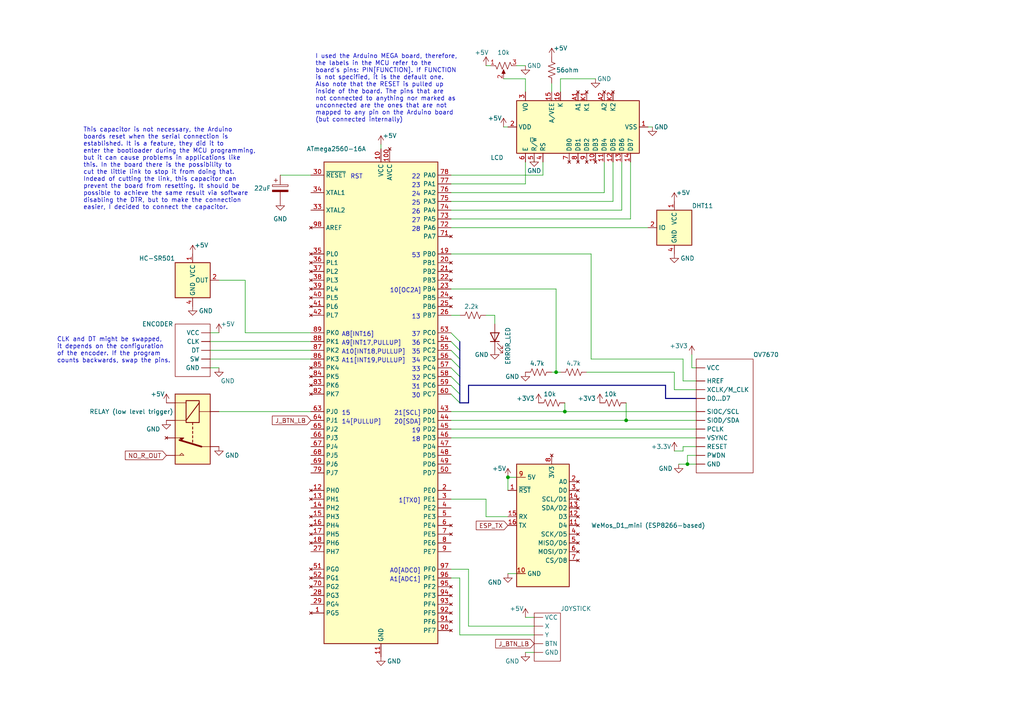
<source format=kicad_sch>
(kicad_sch (version 20211123) (generator eeschema)
  (paper "A4")
  (title_block (title "Schematic Embedded software for the IOT project") (date "2023-02-14") (company "Daniele Stella"))
  (lib_symbols
    (symbol "DHT11_1"
      (property "Reference" "U?" (at 6.35 1.2701 0))
      (property "Value" "DHT11_1" (at 6.35 -1.2699 0))
      (symbol "DHT11_1_0_1"
        (rectangle (start -5.08 5.08) (end 5.08 -5.08) (stroke (width 0.254)) (fill (type background)))
      )
      (symbol "DHT11_1_1_1"
        (pin power_in line (at 0 7.62 270) (length 2.54) (name "VCC") (number "1"))
        (pin bidirectional line (at 7.62 0 180) (length 2.54) (name "OUT") (number "2"))
        (pin no_connect line (at -5.08 0 0) (length 2.54) hide (name "NC") (number "3"))
        (pin power_in line (at 0 -7.62 90) (length 2.54) (name "GND") (number "4"))
      )
    )
    (symbol "Device:C_Polarized" (pin_numbers hide) (pin_names (offset 0.254))
      (property "Reference" "C" (at 0.635 2.54 0))
      (property "Value" "C_Polarized" (at 0.635 -2.54 0))
      (symbol "C_Polarized_0_1"
        (rectangle (start -2.286 0.508) (end 2.286 1.016))
        (polyline (pts (xy -1.778 2.286) (xy -0.762 2.286)))
        (polyline (pts (xy -1.27 2.794) (xy -1.27 1.778)))
        (rectangle (start 2.286 -0.508) (end -2.286 -1.016) (fill (type outline)))
      )
      (symbol "C_Polarized_1_1"
        (pin passive line (at 0 3.81 270) (length 2.794) (name "~") (number "1"))
        (pin passive line (at 0 -3.81 90) (length 2.794) (name "~") (number "2"))
      )
    )
    (symbol "Device:LED" (pin_numbers hide) (pin_names (offset 1.016) hide)
      (property "Reference" "D" (at 0 2.54 0))
      (property "Value" "LED" (at 0 -2.54 0))
      (symbol "LED_0_1"
        (polyline (pts (xy -1.27 -1.27) (xy -1.27 1.27)) (stroke (width 0.254)))
        (polyline (pts (xy -1.27 0) (xy 1.27 0)))
        (polyline (pts (xy 1.27 -1.27) (xy 1.27 1.27) (xy -1.27 0) (xy 1.27 -1.27)) (stroke (width 0.254)))
        (polyline (pts (xy -3.048 -0.762) (xy -4.572 -2.286) (xy -3.81 -2.286) (xy -4.572 -2.286) (xy -4.572 -1.524)))
        (polyline (pts (xy -1.778 -0.762) (xy -3.302 -2.286) (xy -2.54 -2.286) (xy -3.302 -2.286) (xy -3.302 -1.524)))
      )
      (symbol "LED_1_1"
        (pin passive line (at -3.81 0 0) (length 2.54) (name "K") (number "1"))
        (pin passive line (at 3.81 0 180) (length 2.54) (name "A") (number "2"))
      )
    )
    (symbol "Device:R_Potentiometer_US" (pin_names (offset 1.016) hide)
      (property "Reference" "RV" (at -4.445 0 90))
      (property "Value" "R_Potentiometer_US" (at -2.54 0 90))
      (symbol "R_Potentiometer_US_0_1"
        (polyline (pts (xy 0 -2.286) (xy 0 -2.54)))
        (polyline (pts (xy 0 2.54) (xy 0 2.286)))
        (polyline (pts (xy 2.54 0) (xy 1.524 0)))
        (polyline (pts (xy 1.143 0) (xy 2.286 0.508) (xy 2.286 -0.508) (xy 1.143 0)) (fill (type outline)))
        (polyline (pts (xy 0 -0.762) (xy 1.016 -1.143) (xy 0 -1.524) (xy -1.016 -1.905) (xy 0 -2.286)))
        (polyline (pts (xy 0 0.762) (xy 1.016 0.381) (xy 0 0) (xy -1.016 -0.381) (xy 0 -0.762)))
        (polyline (pts (xy 0 2.286) (xy 1.016 1.905) (xy 0 1.524) (xy -1.016 1.143) (xy 0 0.762)))
      )
      (symbol "R_Potentiometer_US_1_1"
        (pin passive line (at 0 3.81 270) (length 1.27) (name "1") (number "1"))
        (pin passive line (at 3.81 0 180) (length 1.27) (name "2") (number "2"))
        (pin passive line (at 0 -3.81 90) (length 1.27) (name "3") (number "3"))
      )
    )
    (symbol "Device:R_US" (pin_numbers hide) (pin_names (offset 0))
      (property "Reference" "R" (at 2.54 0 90))
      (property "Value" "R_US" (at -2.54 0 90))
      (symbol "R_US_0_1"
        (polyline (pts (xy 0 -2.286) (xy 0 -2.54)))
        (polyline (pts (xy 0 2.286) (xy 0 2.54)))
        (polyline (pts (xy 0 -0.762) (xy 1.016 -1.143) (xy 0 -1.524) (xy -1.016 -1.905) (xy 0 -2.286)))
        (polyline (pts (xy 0 0.762) (xy 1.016 0.381) (xy 0 0) (xy -1.016 -0.381) (xy 0 -0.762)))
        (polyline (pts (xy 0 2.286) (xy 1.016 1.905) (xy 0 1.524) (xy -1.016 1.143) (xy 0 0.762)))
      )
      (symbol "R_US_1_1"
        (pin passive line (at 0 3.81 270) (length 1.27) (name "~") (number "1"))
        (pin passive line (at 0 -3.81 90) (length 1.27) (name "~") (number "2"))
      )
    )
    (symbol "Display_Character:LCD-016N002L"
      (property "Value" "LCD" (at -8.89 21.59 90))
      (symbol "LCD-016N002L_1_1"
        (rectangle (start -7.62 17.78) (end 7.62 -17.78) (stroke (width 0.254)) (fill (type background)))
        (pin power_in line (at 0 -20.32 90) (length 2.54) (name "VSS") (number "1"))
        (pin no_connect line (at -10.16 -5.08 0) (length 2.54) (name "DB3") (number "10"))
        (pin bidirectional line (at -10.16 -7.62 0) (length 2.54) (name "DB4") (number "11"))
        (pin bidirectional line (at -10.16 -10.16 0) (length 2.54) (name "DB5") (number "12"))
        (pin bidirectional line (at -10.16 -12.7 0) (length 2.54) (name "DB6") (number "13"))
        (pin bidirectional line (at -10.16 -15.24 0) (length 2.54) (name "DB7") (number "14"))
        (pin power_in line (at 10.16 7.62 180) (length 2.54) (name "A/VEE") (number "15"))
        (pin power_in line (at 10.16 5.08 180) (length 2.54) (name "K") (number "16"))
        (pin power_in line (at 0 20.32 270) (length 2.54) (name "VDD") (number "2"))
        (pin input line (at 10.16 15.24 180) (length 2.54) (name "VO") (number "3"))
        (pin input line (at -10.16 10.16 0) (length 2.54) (name "RS") (number "4"))
        (pin input line (at -10.16 12.7 0) (length 2.54) (name "R/~{W}") (number "5"))
        (pin input line (at -10.16 15.24 0) (length 2.54) (name "E") (number "6"))
        (pin no_connect line (at -10.16 2.54 0) (length 2.54) (name "DB0") (number "7"))
        (pin no_connect line (at -10.16 0 0) (length 2.54) (name "DB1") (number "8"))
        (pin no_connect line (at -10.16 -2.54 0) (length 2.54) (name "DB2") (number "9"))
        (pin no_connect line (at 10.16 0 180) (length 2.54) (name "A1") (number "A1"))
        (pin no_connect line (at 10.16 -7.62 180) (length 2.54) (name "A2") (number "A2"))
        (pin no_connect line (at 10.16 -2.54 180) (length 2.54) (name "K1") (number "K1"))
        (pin no_connect line (at 10.16 -10.16 180) (length 2.54) (name "K2") (number "K2"))
      )
    )
    (symbol "MCU_Microchip_ATmega:ATmega2560-16A"
      (property "Value" "ATmega2560-16A" (at -21.59 73.66 0))
      (symbol "ATmega2560-16A_0_1"
        (rectangle (start -16.51 -69.85) (end 16.51 69.85) (stroke (width 0.254)) (fill (type background)))
      )
      (symbol "ATmega2560-16A_1_1"
        (pin no_connect line (at -20.32 -60.96 0) (length 3.81) (name "PG5") (number "1"))
        (pin power_in line (at 0 73.66 270) (length 3.81) (name "VCC") (number "10"))
        (pin no_connect line (at 2.54 73.66 270) (length 3.81) (name "AVCC") (number "100"))
        (pin power_in line (at 0 -73.66 90) (length 3.81) (name "GND") (number "11"))
        (pin no_connect line (at -20.32 -25.4 0) (length 3.81) (name "PH0") (number "12"))
        (pin no_connect line (at -20.32 -27.94 0) (length 3.81) (name "PH1") (number "13"))
        (pin bidirectional line (at -20.32 -30.48 0) (length 3.81) (name "PH2") (number "14"))
        (pin no_connect line (at -20.32 -33.02 0) (length 3.81) (name "PH3") (number "15"))
        (pin no_connect line (at -20.32 -35.56 0) (length 3.81) (name "PH4") (number "16"))
        (pin no_connect line (at -20.32 -38.1 0) (length 3.81) (name "PH5") (number "17"))
        (pin no_connect line (at -20.32 -40.64 0) (length 3.81) (name "PH6") (number "18"))
        (pin bidirectional line (at 20.32 43.18 180) (length 3.81) (name "PB0") (number "19"))
        (pin bidirectional line (at 20.32 -25.4 180) (length 3.81) (name "PE0") (number "2"))
        (pin no_connect line (at 20.32 40.64 180) (length 3.81) (name "PB1") (number "20"))
        (pin no_connect line (at 20.32 38.1 180) (length 3.81) (name "PB2") (number "21"))
        (pin no_connect line (at 20.32 35.56 180) (length 3.81) (name "PB3") (number "22"))
        (pin bidirectional line (at 20.32 33.02 180) (length 3.81) (name "PB4") (number "23"))
        (pin no_connect line (at 20.32 30.48 180) (length 3.81) (name "PB5") (number "24"))
        (pin no_connect line (at 20.32 27.94 180) (length 3.81) (name "PB6") (number "25"))
        (pin bidirectional line (at 20.32 25.4 180) (length 3.81) (name "PB7") (number "26"))
        (pin bidirectional line (at -20.32 -43.18 0) (length 3.81) (name "PH7") (number "27"))
        (pin bidirectional line (at -20.32 -55.88 0) (length 3.81) (name "PG3") (number "28"))
        (pin bidirectional line (at -20.32 -58.42 0) (length 3.81) (name "PG4") (number "29"))
        (pin bidirectional line (at 20.32 -27.94 180) (length 3.81) (name "PE1") (number "3"))
        (pin input line (at -20.32 66.04 0) (length 3.81) (name "~{RESET}") (number "30"))
        (pin passive line (at 0 73.66 270) (length 3.81) hide (name "VCC") (number "31"))
        (pin passive line (at 0 -73.66 90) (length 3.81) hide (name "GND") (number "32"))
        (pin output line (at -20.32 55.88 0) (length 3.81) (name "XTAL2") (number "33"))
        (pin input line (at -20.32 60.96 0) (length 3.81) (name "XTAL1") (number "34"))
        (pin no_connect line (at -20.32 43.18 0) (length 3.81) (name "PL0") (number "35"))
        (pin no_connect line (at -20.32 40.64 0) (length 3.81) (name "PL1") (number "36"))
        (pin no_connect line (at -20.32 38.1 0) (length 3.81) (name "PL2") (number "37"))
        (pin no_connect line (at -20.32 35.56 0) (length 3.81) (name "PL3") (number "38"))
        (pin no_connect line (at -20.32 33.02 0) (length 3.81) (name "PL4") (number "39"))
        (pin bidirectional line (at 20.32 -30.48 180) (length 3.81) (name "PE2") (number "4"))
        (pin no_connect line (at -20.32 30.48 0) (length 3.81) (name "PL5") (number "40"))
        (pin no_connect line (at -20.32 27.94 0) (length 3.81) (name "PL6") (number "41"))
        (pin no_connect line (at -20.32 25.4 0) (length 3.81) (name "PL7") (number "42"))
        (pin bidirectional line (at 20.32 -2.54 180) (length 3.81) (name "PD0") (number "43"))
        (pin bidirectional line (at 20.32 -5.08 180) (length 3.81) (name "PD1") (number "44"))
        (pin bidirectional line (at 20.32 -7.62 180) (length 3.81) (name "PD2") (number "45"))
        (pin bidirectional line (at 20.32 -10.16 180) (length 3.81) (name "PD3") (number "46"))
        (pin bidirectional line (at 20.32 -12.7 180) (length 3.81) (name "PD4") (number "47"))
        (pin bidirectional line (at 20.32 -15.24 180) (length 3.81) (name "PD5") (number "48"))
        (pin bidirectional line (at 20.32 -17.78 180) (length 3.81) (name "PD6") (number "49"))
        (pin bidirectional line (at 20.32 -33.02 180) (length 3.81) (name "PE3") (number "5"))
        (pin bidirectional line (at 20.32 -20.32 180) (length 3.81) (name "PD7") (number "50"))
        (pin no_connect line (at -20.32 -48.26 0) (length 3.81) (name "PG0") (number "51"))
        (pin no_connect line (at -20.32 -50.8 0) (length 3.81) (name "PG1") (number "52"))
        (pin bidirectional line (at 20.32 20.32 180) (length 3.81) (name "PC0") (number "53"))
        (pin bidirectional line (at 20.32 17.78 180) (length 3.81) (name "PC1") (number "54"))
        (pin bidirectional line (at 20.32 15.24 180) (length 3.81) (name "PC2") (number "55"))
        (pin bidirectional line (at 20.32 12.7 180) (length 3.81) (name "PC3") (number "56"))
        (pin bidirectional line (at 20.32 10.16 180) (length 3.81) (name "PC4") (number "57"))
        (pin bidirectional line (at 20.32 7.62 180) (length 3.81) (name "PC5") (number "58"))
        (pin bidirectional line (at 20.32 5.08 180) (length 3.81) (name "PC6") (number "59"))
        (pin no_connect line (at 20.32 -35.56 180) (length 3.81) (name "PE4") (number "6"))
        (pin bidirectional line (at 20.32 2.54 180) (length 3.81) (name "PC7") (number "60"))
        (pin passive line (at 0 73.66 270) (length 3.81) hide (name "VCC") (number "61"))
        (pin passive line (at 0 -73.66 90) (length 3.81) hide (name "GND") (number "62"))
        (pin bidirectional line (at -20.32 -2.54 0) (length 3.81) (name "PJ0") (number "63"))
        (pin bidirectional line (at -20.32 -5.08 0) (length 3.81) (name "PJ1") (number "64"))
        (pin bidirectional line (at -20.32 -7.62 0) (length 3.81) (name "PJ2") (number "65"))
        (pin bidirectional line (at -20.32 -10.16 0) (length 3.81) (name "PJ3") (number "66"))
        (pin bidirectional line (at -20.32 -12.7 0) (length 3.81) (name "PJ4") (number "67"))
        (pin bidirectional line (at -20.32 -15.24 0) (length 3.81) (name "PJ5") (number "68"))
        (pin bidirectional line (at -20.32 -17.78 0) (length 3.81) (name "PJ6") (number "69"))
        (pin no_connect line (at 20.32 -38.1 180) (length 3.81) (name "PE5") (number "7"))
        (pin no_connect line (at -20.32 -53.34 0) (length 3.81) (name "PG2") (number "70"))
        (pin no_connect line (at 20.32 48.26 180) (length 3.81) (name "PA7") (number "71"))
        (pin bidirectional line (at 20.32 50.8 180) (length 3.81) (name "PA6") (number "72"))
        (pin bidirectional line (at 20.32 53.34 180) (length 3.81) (name "PA5") (number "73"))
        (pin bidirectional line (at 20.32 55.88 180) (length 3.81) (name "PA4") (number "74"))
        (pin bidirectional line (at 20.32 58.42 180) (length 3.81) (name "PA3") (number "75"))
        (pin bidirectional line (at 20.32 60.96 180) (length 3.81) (name "PA2") (number "76"))
        (pin bidirectional line (at 20.32 63.5 180) (length 3.81) (name "PA1") (number "77"))
        (pin bidirectional line (at 20.32 66.04 180) (length 3.81) (name "PA0") (number "78"))
        (pin bidirectional line (at -20.32 -20.32 0) (length 3.81) (name "PJ7") (number "79"))
        (pin bidirectional line (at 20.32 -40.64 180) (length 3.81) (name "PE6") (number "8"))
        (pin passive line (at 0 73.66 270) (length 3.81) hide (name "VCC") (number "80"))
        (pin passive line (at 0 -73.66 90) (length 3.81) hide (name "GND") (number "81"))
        (pin no_connect line (at -20.32 2.54 0) (length 3.81) (name "PK7") (number "82"))
        (pin no_connect line (at -20.32 5.08 0) (length 3.81) (name "PK6") (number "83"))
        (pin no_connect line (at -20.32 7.62 0) (length 3.81) (name "PK5") (number "84"))
        (pin no_connect line (at -20.32 10.16 0) (length 3.81) (name "PK4") (number "85"))
        (pin bidirectional line (at -20.32 12.7 0) (length 3.81) (name "PK3") (number "86"))
        (pin bidirectional line (at -20.32 15.24 0) (length 3.81) (name "PK2") (number "87"))
        (pin bidirectional line (at -20.32 17.78 0) (length 3.81) (name "PK1") (number "88"))
        (pin bidirectional line (at -20.32 20.32 0) (length 3.81) (name "PK0") (number "89"))
        (pin bidirectional line (at 20.32 -43.18 180) (length 3.81) (name "PE7") (number "9"))
        (pin no_connect line (at 20.32 -66.04 180) (length 3.81) (name "PF7") (number "90"))
        (pin no_connect line (at 20.32 -63.5 180) (length 3.81) (name "PF6") (number "91"))
        (pin no_connect line (at 20.32 -60.96 180) (length 3.81) (name "PF5") (number "92"))
        (pin no_connect line (at 20.32 -58.42 180) (length 3.81) (name "PF4") (number "93"))
        (pin no_connect line (at 20.32 -55.88 180) (length 3.81) (name "PF3") (number "94"))
        (pin no_connect line (at 20.32 -53.34 180) (length 3.81) (name "PF2") (number "95"))
        (pin bidirectional line (at 20.32 -50.8 180) (length 3.81) (name "PF1") (number "96"))
        (pin bidirectional line (at 20.32 -48.26 180) (length 3.81) (name "PF0") (number "97"))
        (pin no_connect line (at -20.32 50.8 0) (length 3.81) (name "AREF") (number "98"))
        (pin passive line (at 0 -73.66 90) (length 3.81) hide (name "GND") (number "99"))
      )
    )
    (symbol "MCU_Module:WeMos_D1_mini"
      (property "Value" "WeMos_D1_mini (ESP8266-based)" (at 13.97 0 0))
      (symbol "WeMos_D1_mini_1_1"
        (rectangle (start -7.62 17.78) (end 7.62 -17.78) (stroke (width 0.254)) (fill (type background)))
        (pin input line (at -10.16 10.16 0) (length 2.54) (name "~{RST}") (number "1"))
        (pin power_in line (at -7.62 -13.97 0) (length 2.54) (name "GND") (number "10"))
        (pin no_connect line (at 10.16 0 180) (length 2.54) (name "D4") (number "11"))
        (pin no_connect line (at 10.16 2.54 180) (length 2.54) (name "D3") (number "12"))
        (pin no_connect line (at 10.16 5.08 180) (length 2.54) (name "SDA/D2") (number "13"))
        (pin no_connect line (at 10.16 7.62 180) (length 2.54) (name "SCL/D1") (number "14"))
        (pin input line (at -10.16 2.54 0) (length 2.54) (name "RX") (number "15"))
        (pin output line (at -10.16 0 0) (length 2.54) (name "TX") (number "16"))
        (pin no_connect line (at 10.16 12.7 180) (length 2.54) (name "A0") (number "2"))
        (pin no_connect line (at 10.16 10.16 180) (length 2.54) (name "D0") (number "3"))
        (pin no_connect line (at 10.16 -2.54 180) (length 2.54) (name "SCK/D5") (number "4"))
        (pin no_connect line (at 10.16 -5.08 180) (length 2.54) (name "MISO/D6") (number "5"))
        (pin no_connect line (at 10.16 -7.62 180) (length 2.54) (name "MOSI/D7") (number "6"))
        (pin no_connect line (at 10.16 -10.16 180) (length 2.54) (name "CS/D8") (number "7"))
        (pin no_connect line (at 2.54 20.32 270) (length 2.54) (name "3V3") (number "8"))
        (pin power_in line (at -7.62 13.97 0) (length 2.54) (name "5V") (number "9"))
      )
    )
    (symbol "New_Library:ENCODER"
      (property "Reference" "U" (at 0 0 0))
      (property "Value" "ENCODER" (at 0 2.54 0))
      (symbol "ENCODER_0_1"
        (rectangle (start -3.81 -2.54) (end 6.35 -17.78))
      )
      (symbol "ENCODER_1_1"
        (pin input line (at -3.81 -7.62 0) (length 2.54) (name "CLK") (number ""))
        (pin input line (at -3.81 -10.16 0) (length 2.54) (name "DT") (number ""))
        (pin input line (at -3.81 -15.24 0) (length 2.54) (name "GND") (number ""))
        (pin input line (at -3.81 -12.7 0) (length 2.54) (name "SW") (number ""))
        (pin input line (at -3.81 -5.08 0) (length 2.54) (name "VCC") (number ""))
      )
    )
    (symbol "New_Library:JOYSTICK"
      (property "Reference" "U" (at 6.35 1.27 0))
      (property "Value" "JOYSTICK" (at 0 2.54 0))
      (symbol "JOYSTICK_0_1"
        (rectangle (start -2.54 0) (end 5.08 -13.97))
      )
      (symbol "JOYSTICK_1_1"
        (pin input line (at -2.54 -8.89 0) (length 2.54) (name "BTN") (number ""))
        (pin input line (at -2.54 -11.43 0) (length 2.54) (name "GND") (number ""))
        (pin input line (at -2.54 -1.27 0) (length 2.54) (name "VCC") (number ""))
        (pin input line (at -2.54 -3.81 0) (length 2.54) (name "X") (number ""))
        (pin input line (at -2.54 -6.35 0) (length 2.54) (name "Y") (number ""))
      )
    )
    (symbol "New_Library:OV7670"
      (property "Reference" "U" (at -2.54 0 0))
      (property "Value" "OV7670" (at 3.81 1.27 0))
      (symbol "OV7670_0_1"
        (rectangle (start -5.08 -1.27) (end 11.43 -34.29))
      )
      (symbol "OV7670_1_1"
        (pin input line (at -5.08 -12.7 0) (length 2.54) (name "D0...D7") (number ""))
        (pin input line (at -5.08 -31.75 0) (length 2.54) (name "GND") (number ""))
        (pin input line (at -5.08 -7.62 0) (length 2.54) (name "HREF") (number ""))
        (pin input line (at -5.08 -21.59 0) (length 2.54) (name "PCLK") (number ""))
        (pin input line (at -5.08 -29.21 0) (length 2.54) (name "PWDN") (number ""))
        (pin input line (at -5.08 -26.67 0) (length 2.54) (name "RESET") (number ""))
        (pin input line (at -5.08 -16.51 0) (length 2.54) (name "SIOC/SCL") (number ""))
        (pin input line (at -5.08 -19.05 0) (length 2.54) (name "SIOD/SDA") (number ""))
        (pin input line (at -5.08 -3.81 0) (length 2.54) (name "VCC") (number ""))
        (pin input line (at -5.08 -24.13 0) (length 2.54) (name "VSYNC") (number ""))
        (pin input line (at -5.08 -10.16 0) (length 2.54) (name "XCLK/M_CLK") (number ""))
      )
    )
    (symbol "Relay:DIPxx-1Cxx-51x"
      (property "Value" "RELAY (low level trigger)" (at -17.78 5.08 90))
      (symbol "DIPxx-1Cxx-51x_0_0"
        (polyline (pts (xy 2.54 5.08) (xy 2.54 2.54) (xy 3.175 3.175) (xy 2.54 3.81)) (fill (type outline)))
        (polyline (pts (xy 7.62 5.08) (xy 7.62 2.54) (xy 6.985 3.175) (xy 7.62 3.81)))
      )
      (symbol "DIPxx-1Cxx-51x_0_1"
        (rectangle (start -10.16 5.08) (end 10.16 -5.08) (stroke (width 0.254)) (fill (type background)))
        (rectangle (start -8.255 1.905) (end -1.905 -1.905) (stroke (width 0.254)))
        (polyline (pts (xy -7.62 -1.905) (xy -2.54 1.905)) (stroke (width 0.254)))
        (polyline (pts (xy -7.62 5.08) (xy -7.62 1.905)))
        (polyline (pts (xy -5.08 -5.08) (xy -5.08 -1.905)))
        (polyline (pts (xy -2.54 5.08) (xy -2.54 1.905)))
        (polyline (pts (xy -1.905 0) (xy -1.27 0)) (stroke (width 0.254)))
        (polyline (pts (xy -0.635 0) (xy 0 0)) (stroke (width 0.254)))
        (polyline (pts (xy 0.635 0) (xy 1.27 0)) (stroke (width 0.254)))
        (polyline (pts (xy 1.905 0) (xy 2.54 0)) (stroke (width 0.254)))
        (polyline (pts (xy 3.175 0) (xy 3.81 0)) (stroke (width 0.254)))
        (polyline (pts (xy 5.08 -2.54) (xy 3.175 3.81)) (stroke (width 0.508)))
        (polyline (pts (xy 5.08 -2.54) (xy 5.08 -5.08)))
      )
      (symbol "DIPxx-1Cxx-51x_1_1"
        (pin passive line (at -7.62 7.62 270) (length 2.54) (name "~") (number ""))
        (pin passive line (at -5.08 -7.62 90) (length 2.54) (name "~") (number ""))
        (pin passive line (at -2.54 7.62 270) (length 2.54) (name "~") (number ""))
        (pin no_connect line (at 2.54 7.62 270) (length 2.54) (name "~") (number ""))
        (pin passive line (at 5.08 -7.62 90) (length 2.54) (name "~") (number ""))
        (pin passive line (at 5.08 -7.62 90) (length 2.54) hide (name "~") (number ""))
        (pin passive line (at 7.62 7.62 270) (length 2.54) (name "~") (number ""))
      )
    )
    (symbol "Sensor:DHT11"
      (property "Reference" "U" (at -3.81 6.35 0))
      (property "Value" "DHT11" (at 3.81 6.35 0))
      (symbol "DHT11_0_1"
        (rectangle (start -5.08 5.08) (end 5.08 -5.08) (stroke (width 0.254)) (fill (type background)))
      )
      (symbol "DHT11_1_1"
        (pin power_in line (at 0 7.62 270) (length 2.54) (name "VCC") (number "1"))
        (pin bidirectional line (at 7.62 0 180) (length 2.54) (name "IO") (number "2"))
        (pin no_connect line (at -5.08 0 0) (length 2.54) hide (name "NC") (number "3"))
        (pin power_in line (at 0 -7.62 90) (length 2.54) (name "GND") (number "4"))
      )
    )
    (symbol "power:+3.3V" (power) (pin_names (offset 0))
      (property "Value" "+3.3V" (at 0 3.556 0))
      (symbol "+3.3V_0_1"
        (polyline (pts (xy -0.762 1.27) (xy 0 2.54)))
        (polyline (pts (xy 0 0) (xy 0 2.54)))
        (polyline (pts (xy 0 2.54) (xy 0.762 1.27)))
      )
      (symbol "+3.3V_1_1"
        (pin power_in line (at 0 0 90) (length 0) hide (name "+3.3V") (number "1"))
      )
    )
    (symbol "power:+3V3" (power) (pin_names (offset 0))
      (property "Value" "+3V3" (at 0 3.556 0))
      (symbol "+3V3_0_1"
        (polyline (pts (xy -0.762 1.27) (xy 0 2.54)))
        (polyline (pts (xy 0 0) (xy 0 2.54)))
        (polyline (pts (xy 0 2.54) (xy 0.762 1.27)))
      )
      (symbol "+3V3_1_1"
        (pin power_in line (at 0 0 90) (length 0) hide (name "+3V3") (number "1"))
      )
    )
    (symbol "power:+5V" (power) (pin_names (offset 0))
      (property "Value" "+5V" (at 0 3.556 0))
      (symbol "+5V_0_1"
        (polyline (pts (xy -0.762 1.27) (xy 0 2.54)))
        (polyline (pts (xy 0 0) (xy 0 2.54)))
        (polyline (pts (xy 0 2.54) (xy 0.762 1.27)))
      )
      (symbol "+5V_1_1"
        (pin power_in line (at 0 0 90) (length 0) hide (name "+5V") (number "1"))
      )
    )
    (symbol "power:GND" (power) (pin_names (offset 0))
      (property "Value" "GND" (at 0 -3.81 0))
      (symbol "GND_0_1"
        (polyline (pts (xy 0 0) (xy 0 -1.27) (xy 1.27 -1.27) (xy 0 -2.54) (xy -1.27 -1.27) (xy 0 -1.27)))
      )
      (symbol "GND_1_1"
        (pin power_in line (at 0 0 270) (length 0) hide (name "GND") (number "1"))
      )
    )
  )
  (junction (at 161.29 107.95))
  (junction (at 163.83 119.38))
  (junction (at 147.32 138.43))
  (junction (at 181.61 121.92))
  (junction (at 199.39 134.62))
  (bus_entry (at 130.81 114.3) (size 2.54 2.54))
  (bus_entry (at 130.81 111.76) (size 2.54 2.54))
  (bus_entry (at 130.81 104.14) (size 2.54 2.54))
  (bus_entry (at 130.81 101.6) (size 2.54 2.54))
  (bus_entry (at 130.81 96.52) (size 2.54 2.54))
  (bus_entry (at 130.81 106.68) (size 2.54 2.54))
  (bus_entry (at 130.81 109.22) (size 2.54 2.54))
  (bus_entry (at 130.81 99.06) (size 2.54 2.54))
  (wire (pts (xy 196.85 134.62) (xy 199.39 134.62)))
  (wire (pts (xy 140.97 19.05) (xy 142.24 19.05)))
  (wire (pts (xy 160.02 107.95) (xy 161.29 107.95)))
  (wire (pts (xy 130.81 144.78) (xy 140.97 144.78)))
  (wire (pts (xy 130.81 167.64) (xy 133.35 167.64)))
  (wire (pts (xy 161.29 83.82) (xy 161.29 107.95)))
  (bus (pts (xy 135.89 111.76) (xy 193.04 111.76)))
  (wire (pts (xy 200.66 106.68) (xy 200.66 102.87)))
  (wire (pts (xy 130.81 91.44) (xy 133.35 91.44)))
  (wire (pts (xy 182.88 63.5) (xy 182.88 46.99)))
  (wire (pts (xy 143.51 91.44) (xy 140.97 91.44)))
  (wire (pts (xy 152.4 179.07) (xy 154.94 179.07)))
  (bus (pts (xy 193.04 111.76) (xy 193.04 115.57)))
  (wire (pts (xy 143.51 91.44) (xy 143.51 93.98)))
  (wire (pts (xy 63.5 119.38) (xy 90.17 119.38)))
  (wire (pts (xy 175.26 55.88) (xy 175.26 46.99)))
  (wire (pts (xy 195.58 107.95) (xy 195.58 113.03)))
  (wire (pts (xy 130.81 58.42) (xy 177.8 58.42)))
  (wire (pts (xy 198.12 110.49) (xy 201.93 110.49)))
  (wire (pts (xy 130.81 60.96) (xy 180.34 60.96)))
  (wire (pts (xy 133.35 184.15) (xy 154.94 184.15)))
  (wire (pts (xy 133.35 167.64) (xy 133.35 184.15)))
  (wire (pts (xy 198.12 129.54) (xy 201.93 129.54)))
  (wire (pts (xy 147.32 166.37) (xy 149.86 166.37)))
  (wire (pts (xy 140.97 144.78) (xy 140.97 149.86)))
  (wire (pts (xy 181.61 121.92) (xy 201.93 121.92)))
  (wire (pts (xy 130.81 50.8) (xy 157.48 50.8)))
  (wire (pts (xy 152.4 19.05) (xy 149.86 19.05)))
  (wire (pts (xy 177.8 58.42) (xy 177.8 46.99)))
  (wire (pts (xy 198.12 104.14) (xy 198.12 110.49)))
  (wire (pts (xy 199.39 132.08) (xy 199.39 134.62)))
  (wire (pts (xy 161.29 107.95) (xy 162.56 107.95)))
  (wire (pts (xy 201.93 132.08) (xy 199.39 132.08)))
  (wire (pts (xy 157.48 46.99) (xy 157.48 50.8)))
  (bus (pts (xy 135.89 111.76) (xy 135.89 116.84)))
  (wire (pts (xy 130.81 66.04) (xy 187.96 66.04)))
  (wire (pts (xy 171.45 73.66) (xy 171.45 104.14)))
  (wire (pts (xy 130.81 53.34) (xy 152.4 53.34)))
  (wire (pts (xy 146.05 36.83) (xy 147.32 36.83)))
  (wire (pts (xy 180.34 60.96) (xy 180.34 46.99)))
  (wire (pts (xy 63.5 106.68) (xy 60.96 106.68)))
  (wire (pts (xy 130.81 127) (xy 201.93 127)))
  (wire (pts (xy 63.5 96.52) (xy 60.96 96.52)))
  (wire (pts (xy 195.58 113.03) (xy 201.93 113.03)))
  (wire (pts (xy 63.5 81.28) (xy 71.12 81.28)))
  (wire (pts (xy 110.49 41.91) (xy 110.49 43.18)))
  (wire (pts (xy 130.81 124.46) (xy 201.93 124.46)))
  (wire (pts (xy 163.83 119.38) (xy 163.83 116.84)))
  (wire (pts (xy 130.81 73.66) (xy 171.45 73.66)))
  (wire (pts (xy 171.45 104.14) (xy 198.12 104.14)))
  (wire (pts (xy 195.58 130.81) (xy 198.12 130.81)))
  (wire (pts (xy 181.61 121.92) (xy 181.61 116.84)))
  (wire (pts (xy 60.96 99.06) (xy 90.17 99.06)))
  (bus (pts (xy 133.35 109.22) (xy 133.35 111.76)))
  (wire (pts (xy 162.56 22.86) (xy 162.56 26.67)))
  (bus (pts (xy 133.35 114.3) (xy 133.35 116.84)))
  (wire (pts (xy 198.12 130.81) (xy 198.12 129.54)))
  (wire (pts (xy 140.97 149.86) (xy 147.32 149.86)))
  (wire (pts (xy 60.96 101.6) (xy 90.17 101.6)))
  (bus (pts (xy 133.35 111.76) (xy 133.35 114.3)))
  (wire (pts (xy 199.39 134.62) (xy 201.93 134.62)))
  (bus (pts (xy 133.35 99.06) (xy 133.35 101.6)))
  (wire (pts (xy 172.72 22.86) (xy 162.56 22.86)))
  (wire (pts (xy 130.81 63.5) (xy 182.88 63.5)))
  (wire (pts (xy 160.02 24.13) (xy 160.02 26.67)))
  (wire (pts (xy 152.4 189.23) (xy 154.94 189.23)))
  (wire (pts (xy 152.4 22.86) (xy 152.4 26.67)))
  (wire (pts (xy 163.83 119.38) (xy 201.93 119.38)))
  (bus (pts (xy 133.35 104.14) (xy 133.35 106.68)))
  (wire (pts (xy 130.81 119.38) (xy 163.83 119.38)))
  (wire (pts (xy 170.18 107.95) (xy 195.58 107.95)))
  (wire (pts (xy 147.32 138.43) (xy 147.32 142.24)))
  (bus (pts (xy 193.04 115.57) (xy 201.93 115.57)))
  (wire (pts (xy 154.94 46.99) (xy 154.94 45.72)))
  (wire (pts (xy 189.23 36.83) (xy 187.96 36.83)))
  (wire (pts (xy 81.28 50.8) (xy 90.17 50.8)))
  (wire (pts (xy 135.89 181.61) (xy 154.94 181.61)))
  (wire (pts (xy 152.4 53.34) (xy 152.4 46.99)))
  (wire (pts (xy 71.12 96.52) (xy 90.17 96.52)))
  (wire (pts (xy 135.89 181.61) (xy 135.89 165.1)))
  (bus (pts (xy 133.35 101.6) (xy 133.35 104.14)))
  (wire (pts (xy 201.93 106.68) (xy 200.66 106.68)))
  (wire (pts (xy 130.81 55.88) (xy 175.26 55.88)))
  (wire (pts (xy 130.81 83.82) (xy 161.29 83.82)))
  (wire (pts (xy 147.32 138.43) (xy 149.86 138.43)))
  (wire (pts (xy 146.05 22.86) (xy 152.4 22.86)))
  (wire (pts (xy 60.96 104.14) (xy 90.17 104.14)))
  (bus (pts (xy 135.89 116.84) (xy 133.35 116.84)))
  (bus (pts (xy 133.35 106.68) (xy 133.35 109.22)))
  (wire (pts (xy 71.12 81.28) (xy 71.12 96.52)))
  (wire (pts (xy 130.81 121.92) (xy 181.61 121.92)))
  (wire (pts (xy 135.89 165.1) (xy 130.81 165.1)))
  (text "A11[INT19,PULLUP]" (at 99.06 105.41 0) (effects (font (size 1.27 1.27)) (justify left bottom)))
  (text "24" (at 119.38 57.15 0) (effects (font (size 1.27 1.27)) (justify left bottom)))
  (text "1[TX0]" (at 115.57 146.05 0) (effects (font (size 1.27 1.27)) (justify left bottom)))
  (text "A10[INT18,PULLUP]" (at 99.06 102.87 0) (effects (font (size 1.27 1.27)) (justify left bottom)))
  (text "32" (at 119.38 110.49 0) (effects (font (size 1.27 1.27)) (justify left bottom)))
  (text "37" (at 119.38 97.79 0) (effects (font (size 1.27 1.27)) (justify left bottom)))
  (text "36" (at 119.38 100.33 0) (effects (font (size 1.27 1.27)) (justify left bottom)))
  (text "31" (at 119.38 113.03 0) (effects (font (size 1.27 1.27)) (justify left bottom)))
  (text "35" (at 119.38 102.87 0) (effects (font (size 1.27 1.27)) (justify left bottom)))
  (text "34" (at 119.38 105.41 0) (effects (font (size 1.27 1.27)) (justify left bottom)))
  (text "25" (at 119.38 59.69 0) (effects (font (size 1.27 1.27)) (justify left bottom)))
  (text "A9[INT17,PULLUP]" (at 99.06 100.33 0) (effects (font (size 1.27 1.27)) (justify left bottom)))
  (text "20[SDA]" (at 114.3 123.19 0) (effects (font (size 1.27 1.27)) (justify left bottom)))
  (text "14[PULLUP]" (at 99.06 123.19 0) (effects (font (size 1.27 1.27)) (justify left bottom)))
  (text "30" (at 119.38 115.57 0) (effects (font (size 1.27 1.27)) (justify left bottom)))
  (text "28" (at 119.38 67.31 0) (effects (font (size 1.27 1.27)) (justify left bottom)))
  (text "22" (at 119.38 52.07 0) (effects (font (size 1.27 1.27)) (justify left bottom)))
  (text "10[OC2A]" (at 113.03 85.09 0) (effects (font (size 1.27 1.27)) (justify left bottom)))
  (text "I used the Arduino MEGA board, therefore, \nthe labels in the MCU refer to the \nboard's pins: PIN[FUNCTION]. If FUNCTION \nis not specified, it is the default one.\nAlso note that the RESET is pulled up\ninside of the board. The pins that are \nnot connected to anything nor marked as\nunconnected are the ones that are not \nmapped to any pin on the Arduino board\n(but connected internally)" (at 91.44 35.56 0) (effects (font (size 1.27 1.27)) (justify left bottom)))
  (text "21[SCL]" (at 114.3 120.65 0) (effects (font (size 1.27 1.27)) (justify left bottom)))
  (text "This capacitor is not necessary, the Arduino \nboards reset when the serial connection is \nestablished. It is a feature, they did it to \nenter the bootloader during the MCU programming, \nbut it can cause problems in applications like \nthis. In the board there is the possibility to \ncut the little link to stop it from doing that. \nIndead of cutting the link, this capacitor can \nprevent the board from resetting. It should be \npossible to achieve the same result via software \ndisabling the DTR, but to make the connection \neasier, I decided to connect the capacitor." (at 24.13 60.96 0) (effects (font (size 1.27 1.27)) (justify left bottom)))
  (text "53" (at 119.38 74.93 0) (effects (font (size 1.27 1.27)) (justify left bottom)))
  (text "A0[ADC0]" (at 113.03 166.37 0) (effects (font (size 1.27 1.27)) (justify left bottom)))
  (text "RST" (at 101.6 52.07 0) (effects (font (size 1.27 1.27)) (justify left bottom)))
  (text "19" (at 119.38 125.73 0) (effects (font (size 1.27 1.27)) (justify left bottom)))
  (text "23" (at 119.38 54.61 0) (effects (font (size 1.27 1.27)) (justify left bottom)))
  (text "13" (at 119.38 92.71 0) (effects (font (size 1.27 1.27)) (justify left bottom)))
  (text "33" (at 119.38 107.95 0) (effects (font (size 1.27 1.27)) (justify left bottom)))
  (text "A1[ADC1]" (at 113.03 168.91 0) (effects (font (size 1.27 1.27)) (justify left bottom)))
  (text "27" (at 119.38 64.77 0) (effects (font (size 1.27 1.27)) (justify left bottom)))
  (text "26" (at 119.38 62.23 0) (effects (font (size 1.27 1.27)) (justify left bottom)))
  (text "15" (at 99.06 120.65 0) (effects (font (size 1.27 1.27)) (justify left bottom)))
  (text "CLK and DT might be swapped, \nit depends on the configuration \nof the encoder. If the program \ncounts backwards, swap the pins." (at 16.51 105.41 0) (effects (font (size 1.27 1.27)) (justify left bottom)))
  (text "A8[INT16]" (at 99.06 97.79 0) (effects (font (size 1.27 1.27)) (justify left bottom)))
  (text "18" (at 119.38 128.27 0) (effects (font (size 1.27 1.27)) (justify left bottom)))
  (global_label "J_BTN_LB" (shape input) (at 154.94 186.69 180) (property "Intersheet References" "${INTERSHEET_REFS}" (effects hide)))
  (global_label "NO_R_OUT" (shape input) (at 48.26 132.08 180) (property "Intersheet References" "${INTERSHEET_REFS}" (effects hide)))
  (global_label "ESP_TX" (shape input) (at 147.32 152.4 180) (property "Intersheet References" "${INTERSHEET_REFS}" (effects hide)))
  (global_label "J_BTN_LB" (shape input) (at 90.17 121.92 180) (property "Intersheet References" "${INTERSHEET_REFS}" (effects hide)))
  (symbol (lib_id "power:+5V") (at 160.02 16.51 0) (unit 1)
    (property "Reference" "#PWR?" (effects hide))
    (property "Value" "+5V" (at 162.56 13.97 0))
  )
  (symbol (lib_id "Device:R_US") (at 156.21 107.95 270) (unit 1)
    (property "Reference" "R?" (effects hide))
    (property "Value" "4.7k" (at 153.67 105.41 90) (effects (justify left)))
  )
  (symbol (lib_id "power:GND") (at 110.49 190.5 0) (unit 1)
    (property "Reference" "#PWR?" (effects hide))
    (property "Value" "GND" (at 114.3 191.77 0))
  )
  (symbol (lib_id "power:+5V") (at 146.05 36.83 0) (unit 1)
    (property "Reference" "#PWR?" (effects hide))
    (property "Value" "+5V" (at 143.51 34.29 0))
  )
  (symbol (lib_id "power:GND") (at 81.28 58.42 0) (unit 1)
    (property "Reference" "#PWR?" (effects hide))
    (property "Value" "GND" (at 81.28 63.5 0))
  )
  (symbol (lib_id "power:GND") (at 154.94 45.72 0) (unit 1)
    (property "Reference" "#PWR?" (effects hide))
    (property "Value" "GND" (at 154.94 49.53 0))
  )
  (symbol (lib_id "power:+5V") (at 110.49 41.91 0) (unit 1)
    (property "Reference" "#PWR?" (effects hide))
    (property "Value" "+5V" (at 113.03 39.37 0))
  )
  (symbol (lib_id "Device:R_US") (at 160.02 20.32 180) (unit 1)
    (property "Reference" "56ohm" (at 161.29 20.32 0) (effects (justify right)))
    (property "Value" "R_US" (effects hide))
  )
  (symbol (lib_id "MCU_Module:WeMos_D1_mini") (at 157.48 152.4 0) (unit 1)
    (property "Reference" "U?" (effects hide))
    (property "Value" "WeMos_D1_mini (ESP8266-based)" (at 171.45 152.4 0) (effects (justify left)))
    (property "Footprint" "Module:WEMOS_D1_mini_light" (effects hide))
    (property "Datasheet" "https://wiki.wemos.cc/products:d1:d1_mini#documentation" (effects hide))
  )
  (symbol (lib_id "Sensor:DHT11") (at 195.58 66.04 0) (mirror y) (unit 1)
    (property "Reference" "U?" (effects hide))
    (property "Value" "DHT11" (at 200.66 59.69 0) (effects (justify right)))
    (property "Footprint" "Sensor:Aosong_DHT11_5.5x12.0_P2.54mm" (effects hide))
    (property "Datasheet" "http://akizukidenshi.com/download/ds/aosong/DHT11.pdf" (effects hide))
  )
  (symbol (lib_id "power:+3V3") (at 173.99 116.84 0) (unit 1)
    (property "Reference" "#PWR?" (effects hide))
    (property "Value" "+3V3" (at 170.18 115.57 0))
  )
  (symbol (lib_id "power:GND") (at 63.5 106.68 0) (mirror y) (unit 1)
    (property "Reference" "#PWR?" (effects hide))
    (property "Value" "GND" (at 66.04 110.49 0))
  )
  (symbol (lib_id "New_Library:OV7670") (at 207.01 102.87 0) (unit 1)
    (property "Reference" "U?" (effects hide))
    (property "Value" "OV7670" (at 218.44 102.87 0) (effects (justify left)))
  )
  (symbol (lib_id "power:GND") (at 147.32 166.37 0) (unit 1)
    (property "Reference" "#PWR?" (effects hide))
    (property "Value" "GND" (at 143.51 168.91 0))
  )
  (symbol (lib_id "power:GND") (at 189.23 36.83 0) (unit 1)
    (property "Reference" "#PWR?" (effects hide))
    (property "Value" "GND" (at 191.77 36.83 0))
  )
  (symbol (lib_id "power:+3.3V") (at 195.58 130.81 0) (unit 1)
    (property "Reference" "#PWR?" (effects hide))
    (property "Value" "+3.3V" (at 191.77 129.54 0))
  )
  (symbol (lib_id "power:GND") (at 195.58 73.66 0) (unit 1)
    (property "Reference" "#PWR?" (effects hide))
    (property "Value" "GND" (at 199.39 74.93 0))
  )
  (symbol (lib_id "Device:R_US") (at 166.37 107.95 90) (unit 1)
    (property "Reference" "R?" (effects hide))
    (property "Value" "4.7k" (at 166.37 105.41 90))
  )
  (symbol (lib_id "power:GND") (at 152.4 19.05 0) (unit 1)
    (property "Reference" "#PWR?" (effects hide))
    (property "Value" "GND" (at 154.94 19.05 0))
  )
  (symbol (lib_id "Device:R_US") (at 137.16 91.44 270) (unit 1)
    (property "Reference" "R?" (effects hide))
    (property "Value" "2.2k" (at 134.62 88.9 90) (effects (justify left)))
  )
  (symbol (lib_id "power:GND") (at 152.4 189.23 0) (unit 1)
    (property "Reference" "#PWR?" (effects hide))
    (property "Value" "GND" (at 148.59 191.77 0))
  )
  (symbol (lib_id "Relay:DIPxx-1Cxx-51x") (at 55.88 124.46 90) (mirror x) (unit 1)
    (property "Reference" "K?" (effects hide))
    (property "Value" "RELAY (low level trigger)" (at 38.1 119.38 90))
    (property "Footprint" "Relay_THT:Relay_StandexMeder_DIP_LowProfile" (effects hide))
    (property "Datasheet" "https://standexelectronics.com/wp-content/uploads/datasheet_reed_relay_DIP.pdf" (effects hide))
  )
  (symbol (lib_id "MCU_Microchip_ATmega:ATmega2560-16A") (at 110.49 116.84 0) (unit 1)
    (property "Reference" "U?" (effects hide))
    (property "Value" "ATmega2560-16A" (at 88.9 43.18 0) (effects (justify left)))
    (property "Footprint" "Package_QFP:TQFP-100_14x14mm_P0.5mm" (effects hide))
    (property "Datasheet" "http://ww1.microchip.com/downloads/en/DeviceDoc/Atmel-2549-8-bit-AVR-Microcontroller-ATmega640-1280-1281-2560-2561_datasheet.pdf" (effects hide))
  )
  (symbol (lib_id "Device:R_US") (at 160.02 116.84 90) (unit 1)
    (property "Reference" "R?" (effects hide))
    (property "Value" "10k" (at 161.29 114.3 90) (effects (justify left)))
  )
  (symbol (lib_id "power:GND") (at 152.4 107.95 0) (unit 1)
    (property "Reference" "#PWR?" (effects hide))
    (property "Value" "GND" (at 148.59 109.22 0))
  )
  (symbol (lib_id "power:+5V") (at 152.4 179.07 0) (unit 1)
    (property "Reference" "#PWR?" (effects hide))
    (property "Value" "+5V" (at 149.86 176.53 0))
  )
  (symbol (lib_id "Device:LED") (at 143.51 97.79 90) (unit 1)
    (property "Reference" "D?" (effects hide))
    (property "Value" "ERROR_LED" (at 147.32 100.33 0))
  )
  (symbol (lib_id "Display_Character:LCD-016N002L") (at 167.64 36.83 90) (unit 1)
    (property "Reference" "U?" (effects hide))
    (property "Value" "LCD" (at 146.05 45.72 90) (effects (justify left)))
    (property "Footprint" "Display:LCD-016N002L" (effects hide))
    (property "Datasheet" "http://www.vishay.com/docs/37299/37299.pdf" (effects hide))
  )
  (symbol (lib_id "New_Library:JOYSTICK") (at 157.48 177.8 0) (unit 1)
    (property "Reference" "U?" (effects hide))
    (property "Value" "JOYSTICK" (at 162.56 176.53 0) (effects (justify left)))
  )
  (symbol (lib_id "power:+5V") (at 63.5 96.52 0) (mirror y) (unit 1)
    (property "Reference" "#PWR?" (effects hide))
    (property "Value" "+5V" (at 66.04 93.98 0))
  )
  (symbol (lib_id "power:GND") (at 196.85 134.62 0) (unit 1)
    (property "Reference" "#PWR?" (effects hide))
    (property "Value" "GND" (at 193.04 135.89 0))
  )
  (symbol (lib_id "power:+5V") (at 140.97 19.05 0) (unit 1)
    (property "Reference" "#PWR?" (effects hide))
    (property "Value" "+5V" (at 139.7 15.24 0))
  )
  (symbol (lib_id "power:GND") (at 172.72 22.86 0) (unit 1)
    (property "Reference" "#PWR?" (effects hide))
    (property "Value" "GND" (at 175.26 22.86 0))
  )
  (symbol (lib_id "Device:R_US") (at 177.8 116.84 270) (unit 1)
    (property "Reference" "R?" (effects hide))
    (property "Value" "10k" (at 175.26 114.3 90) (effects (justify left)))
  )
  (symbol (lib_id "power:+5V") (at 48.26 116.84 0) (unit 1)
    (property "Reference" "#PWR?" (effects hide))
    (property "Value" "+5V" (at 45.72 114.3 0))
  )
  (symbol (lib_id "Device:C_Polarized") (at 81.28 54.61 0) (unit 1)
    (property "Reference" "C?" (effects hide))
    (property "Value" "22uF" (at 73.66 54.61 0) (effects (justify left)))
  )
  (symbol (lib_id "power:+3V3") (at 200.66 102.87 0) (unit 1)
    (property "Reference" "#PWR?" (effects hide))
    (property "Value" "+3V3" (at 196.85 100.33 0))
  )
  (symbol (lib_id "power:+3V3") (at 156.21 116.84 0) (unit 1)
    (property "Reference" "#PWR?" (effects hide))
    (property "Value" "+3V3" (at 152.4 115.57 0))
  )
  (symbol (lib_id "power:GND") (at 63.5 129.54 0) (unit 1)
    (property "Reference" "#PWR?" (effects hide))
    (property "Value" "GND" (at 67.31 132.08 0))
  )
  (symbol (lib_name "DHT11_1") (lib_id "Sensor:DHT11") (at 55.88 81.28 0) (unit 1)
    (property "Reference" "U?" (effects hide))
    (property "Value" "HC-SR501" (at 50.8 74.93 0) (effects (justify right)))
    (property "Footprint" "Sensor:Aosong_DHT11_5.5x12.0_P2.54mm" (effects hide))
    (property "Datasheet" "http://akizukidenshi.com/download/ds/aosong/DHT11.pdf" (effects hide))
  )
  (symbol (lib_id "power:+5V") (at 195.58 58.42 0) (unit 1)
    (property "Reference" "#PWR?" (effects hide))
    (property "Value" "+5V" (at 198.12 55.88 0))
  )
  (symbol (lib_id "New_Library:ENCODER") (at 57.15 91.44 0) (mirror y) (unit 1)
    (property "Reference" "U?" (effects hide))
    (property "Value" "ENCODER" (at 45.72 93.98 0))
  )
  (symbol (lib_id "Device:R_Potentiometer_US") (at 146.05 19.05 90) (mirror x) (unit 1)
    (property "Reference" "10k" (at 146.05 15.24 90))
    (property "Value" "R_Potentiometer_US" (effects hide))
  )
  (symbol (lib_id "power:+5V") (at 147.32 138.43 0) (unit 1)
    (property "Reference" "#PWR?" (effects hide))
    (property "Value" "+5V" (at 144.78 135.89 0))
  )
  (symbol (lib_id "power:GND") (at 48.26 121.92 0) (unit 1)
    (property "Reference" "#PWR?" (effects hide))
    (property "Value" "GND" (at 44.45 124.46 0))
  )
  (symbol (lib_id "power:GND") (at 143.51 101.6 0) (unit 1)
    (property "Reference" "#PWR?" (effects hide))
    (property "Value" "GND" (at 139.7 102.87 0))
  )
  (symbol (lib_id "power:+5V") (at 55.88 73.66 0) (unit 1)
    (property "Reference" "#PWR?" (effects hide))
    (property "Value" "+5V" (at 58.42 71.12 0))
  )
  (symbol (lib_id "power:GND") (at 55.88 88.9 0) (unit 1)
    (property "Reference" "#PWR?" (effects hide))
    (property "Value" "GND" (at 59.69 90.17 0))
  )
)
</source>
